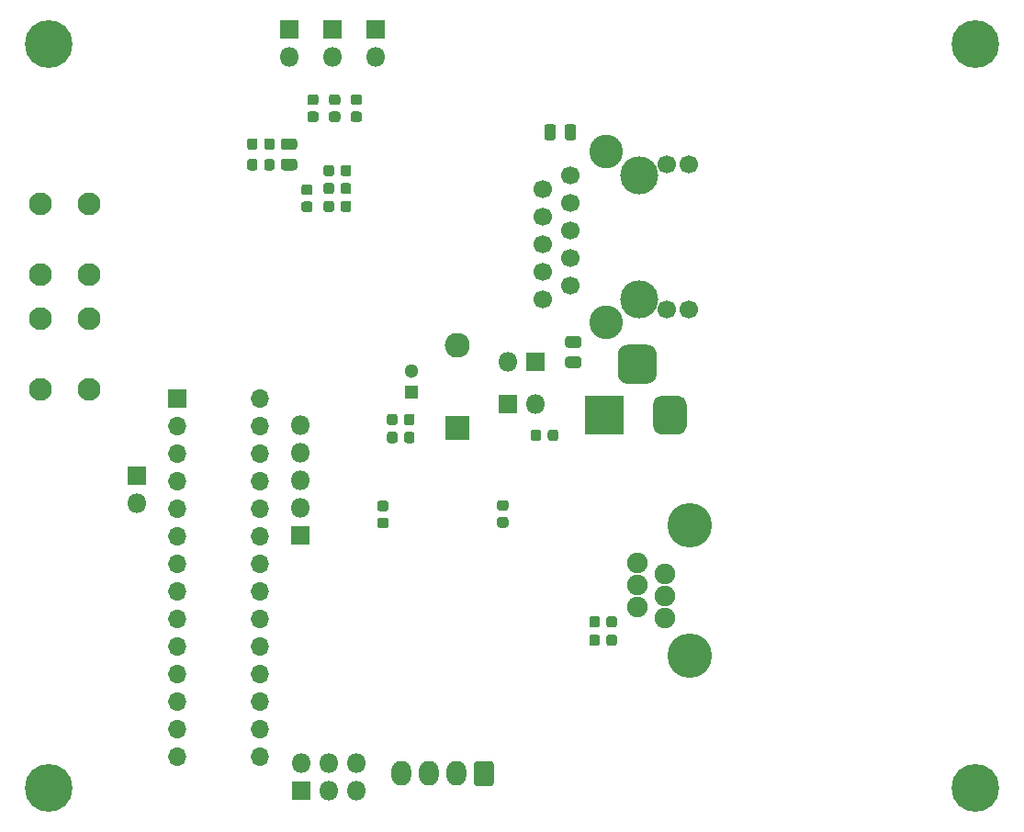
<source format=gbs>
G04 #@! TF.GenerationSoftware,KiCad,Pcbnew,(5.1.6)-1*
G04 #@! TF.CreationDate,2022-06-26T18:03:46+10:00*
G04 #@! TF.ProjectId,controller,636f6e74-726f-46c6-9c65-722e6b696361,rev?*
G04 #@! TF.SameCoordinates,Original*
G04 #@! TF.FileFunction,Soldermask,Bot*
G04 #@! TF.FilePolarity,Negative*
%FSLAX46Y46*%
G04 Gerber Fmt 4.6, Leading zero omitted, Abs format (unit mm)*
G04 Created by KiCad (PCBNEW (5.1.6)-1) date 2022-06-26 18:03:46*
%MOMM*%
%LPD*%
G01*
G04 APERTURE LIST*
%ADD10R,3.600000X3.600000*%
%ADD11C,3.500000*%
%ADD12C,3.100000*%
%ADD13C,1.700000*%
%ADD14O,1.700000X1.700000*%
%ADD15R,1.700000X1.700000*%
%ADD16C,2.100000*%
%ADD17R,1.800000X1.800000*%
%ADD18O,1.800000X1.800000*%
%ADD19C,1.900000*%
%ADD20C,4.100000*%
%ADD21O,1.840000X2.290000*%
%ADD22O,2.300000X2.300000*%
%ADD23R,2.300000X2.300000*%
%ADD24C,1.300000*%
%ADD25R,1.300000X1.300000*%
%ADD26C,4.400000*%
G04 APERTURE END LIST*
G36*
G01*
X156100000Y-78600000D02*
X156100000Y-80400000D01*
G75*
G02*
X155200000Y-81300000I-900000J0D01*
G01*
X153400000Y-81300000D01*
G75*
G02*
X152500000Y-80400000I0J900000D01*
G01*
X152500000Y-78600000D01*
G75*
G02*
X153400000Y-77700000I900000J0D01*
G01*
X155200000Y-77700000D01*
G75*
G02*
X156100000Y-78600000I0J-900000D01*
G01*
G37*
G36*
G01*
X158850000Y-83175000D02*
X158850000Y-85225000D01*
G75*
G02*
X158075000Y-86000000I-775000J0D01*
G01*
X156525000Y-86000000D01*
G75*
G02*
X155750000Y-85225000I0J775000D01*
G01*
X155750000Y-83175000D01*
G75*
G02*
X156525000Y-82400000I775000J0D01*
G01*
X158075000Y-82400000D01*
G75*
G02*
X158850000Y-83175000I0J-775000D01*
G01*
G37*
D10*
X151300000Y-84200000D03*
D11*
X154500000Y-62050000D03*
X154500000Y-73480000D03*
D12*
X151450000Y-59890000D03*
X151450000Y-75640000D03*
D13*
X159070000Y-61040000D03*
X159070000Y-74490000D03*
X157040000Y-74490000D03*
X157040000Y-61040000D03*
X145610000Y-63320000D03*
X145610000Y-65860000D03*
X145610000Y-68400000D03*
X145610000Y-70940000D03*
X145610000Y-73480000D03*
X148150000Y-64590000D03*
X148150000Y-62050000D03*
X148150000Y-72210000D03*
X148150000Y-69670000D03*
X148150000Y-67130000D03*
G36*
G01*
X126950000Y-61931250D02*
X126950000Y-61368750D01*
G75*
G02*
X127193750Y-61125000I243750J0D01*
G01*
X127681250Y-61125000D01*
G75*
G02*
X127925000Y-61368750I0J-243750D01*
G01*
X127925000Y-61931250D01*
G75*
G02*
X127681250Y-62175000I-243750J0D01*
G01*
X127193750Y-62175000D01*
G75*
G02*
X126950000Y-61931250I0J243750D01*
G01*
G37*
G36*
G01*
X125375000Y-61931250D02*
X125375000Y-61368750D01*
G75*
G02*
X125618750Y-61125000I243750J0D01*
G01*
X126106250Y-61125000D01*
G75*
G02*
X126350000Y-61368750I0J-243750D01*
G01*
X126350000Y-61931250D01*
G75*
G02*
X126106250Y-62175000I-243750J0D01*
G01*
X125618750Y-62175000D01*
G75*
G02*
X125375000Y-61931250I0J243750D01*
G01*
G37*
D14*
X119520000Y-82650000D03*
X111900000Y-115670000D03*
X119520000Y-85190000D03*
X111900000Y-113130000D03*
X119520000Y-87730000D03*
X111900000Y-110590000D03*
X119520000Y-90270000D03*
X111900000Y-108050000D03*
X119520000Y-92810000D03*
X111900000Y-105510000D03*
X119520000Y-95350000D03*
X111900000Y-102970000D03*
X119520000Y-97890000D03*
X111900000Y-100430000D03*
X119520000Y-100430000D03*
X111900000Y-97890000D03*
X119520000Y-102970000D03*
X111900000Y-95350000D03*
X119520000Y-105510000D03*
X111900000Y-92810000D03*
X119520000Y-108050000D03*
X111900000Y-90270000D03*
X119520000Y-110590000D03*
X111900000Y-87730000D03*
X119520000Y-113130000D03*
X111900000Y-85190000D03*
X119520000Y-115670000D03*
D15*
X111900000Y-82650000D03*
D16*
X103800000Y-81800000D03*
X99300000Y-81800000D03*
X103800000Y-75300000D03*
X99300000Y-75300000D03*
X103800000Y-71250000D03*
X99300000Y-71250000D03*
X103800000Y-64750000D03*
X99300000Y-64750000D03*
D17*
X144900000Y-79300000D03*
D18*
X142360000Y-79300000D03*
D17*
X142400000Y-83150000D03*
D18*
X144940000Y-83150000D03*
X126200000Y-51190000D03*
D17*
X126200000Y-48650000D03*
D18*
X122250000Y-51190000D03*
D17*
X122250000Y-48650000D03*
D18*
X130150000Y-51190000D03*
D17*
X130150000Y-48650000D03*
D19*
X154310000Y-97800000D03*
X156850000Y-98820000D03*
X154310000Y-99840000D03*
X156850000Y-100860000D03*
X156850000Y-102900000D03*
X154310000Y-101880000D03*
D20*
X159150000Y-94350000D03*
X159150000Y-106350000D03*
D18*
X123200000Y-85120000D03*
X123200000Y-87660000D03*
X123200000Y-90200000D03*
X123200000Y-92740000D03*
D17*
X123200000Y-95280000D03*
D21*
X132530000Y-117250000D03*
X135070000Y-117250000D03*
X137610000Y-117250000D03*
G36*
G01*
X141070000Y-116369367D02*
X141070000Y-118130633D01*
G75*
G02*
X140805633Y-118395000I-264367J0D01*
G01*
X139494367Y-118395000D01*
G75*
G02*
X139230000Y-118130633I0J264367D01*
G01*
X139230000Y-116369367D01*
G75*
G02*
X139494367Y-116105000I264367J0D01*
G01*
X140805633Y-116105000D01*
G75*
G02*
X141070000Y-116369367I0J-264367D01*
G01*
G37*
D17*
X108150000Y-89800000D03*
D18*
X108150000Y-92340000D03*
X128430000Y-116310000D03*
X128430000Y-118850000D03*
X125890000Y-116310000D03*
X125890000Y-118850000D03*
X123350000Y-116310000D03*
D17*
X123350000Y-118850000D03*
G36*
G01*
X147600000Y-58581250D02*
X147600000Y-57618750D01*
G75*
G02*
X147868750Y-57350000I268750J0D01*
G01*
X148406250Y-57350000D01*
G75*
G02*
X148675000Y-57618750I0J-268750D01*
G01*
X148675000Y-58581250D01*
G75*
G02*
X148406250Y-58850000I-268750J0D01*
G01*
X147868750Y-58850000D01*
G75*
G02*
X147600000Y-58581250I0J268750D01*
G01*
G37*
G36*
G01*
X145725000Y-58581250D02*
X145725000Y-57618750D01*
G75*
G02*
X145993750Y-57350000I268750J0D01*
G01*
X146531250Y-57350000D01*
G75*
G02*
X146800000Y-57618750I0J-268750D01*
G01*
X146800000Y-58581250D01*
G75*
G02*
X146531250Y-58850000I-268750J0D01*
G01*
X145993750Y-58850000D01*
G75*
G02*
X145725000Y-58581250I0J268750D01*
G01*
G37*
G36*
G01*
X148881250Y-79862500D02*
X147918750Y-79862500D01*
G75*
G02*
X147650000Y-79593750I0J268750D01*
G01*
X147650000Y-79056250D01*
G75*
G02*
X147918750Y-78787500I268750J0D01*
G01*
X148881250Y-78787500D01*
G75*
G02*
X149150000Y-79056250I0J-268750D01*
G01*
X149150000Y-79593750D01*
G75*
G02*
X148881250Y-79862500I-268750J0D01*
G01*
G37*
G36*
G01*
X148881250Y-77987500D02*
X147918750Y-77987500D01*
G75*
G02*
X147650000Y-77718750I0J268750D01*
G01*
X147650000Y-77181250D01*
G75*
G02*
X147918750Y-76912500I268750J0D01*
G01*
X148881250Y-76912500D01*
G75*
G02*
X149150000Y-77181250I0J-268750D01*
G01*
X149150000Y-77718750D01*
G75*
G02*
X148881250Y-77987500I-268750J0D01*
G01*
G37*
G36*
G01*
X122681250Y-59750000D02*
X121718750Y-59750000D01*
G75*
G02*
X121450000Y-59481250I0J268750D01*
G01*
X121450000Y-58943750D01*
G75*
G02*
X121718750Y-58675000I268750J0D01*
G01*
X122681250Y-58675000D01*
G75*
G02*
X122950000Y-58943750I0J-268750D01*
G01*
X122950000Y-59481250D01*
G75*
G02*
X122681250Y-59750000I-268750J0D01*
G01*
G37*
G36*
G01*
X122681250Y-61625000D02*
X121718750Y-61625000D01*
G75*
G02*
X121450000Y-61356250I0J268750D01*
G01*
X121450000Y-60818750D01*
G75*
G02*
X121718750Y-60550000I268750J0D01*
G01*
X122681250Y-60550000D01*
G75*
G02*
X122950000Y-60818750I0J-268750D01*
G01*
X122950000Y-61356250D01*
G75*
G02*
X122681250Y-61625000I-268750J0D01*
G01*
G37*
D22*
X137750000Y-77780000D03*
D23*
X137750000Y-85400000D03*
G36*
G01*
X150850000Y-104668750D02*
X150850000Y-105231250D01*
G75*
G02*
X150606250Y-105475000I-243750J0D01*
G01*
X150118750Y-105475000D01*
G75*
G02*
X149875000Y-105231250I0J243750D01*
G01*
X149875000Y-104668750D01*
G75*
G02*
X150118750Y-104425000I243750J0D01*
G01*
X150606250Y-104425000D01*
G75*
G02*
X150850000Y-104668750I0J-243750D01*
G01*
G37*
G36*
G01*
X152425000Y-104668750D02*
X152425000Y-105231250D01*
G75*
G02*
X152181250Y-105475000I-243750J0D01*
G01*
X151693750Y-105475000D01*
G75*
G02*
X151450000Y-105231250I0J243750D01*
G01*
X151450000Y-104668750D01*
G75*
G02*
X151693750Y-104425000I243750J0D01*
G01*
X152181250Y-104425000D01*
G75*
G02*
X152425000Y-104668750I0J-243750D01*
G01*
G37*
G36*
G01*
X150850000Y-102968750D02*
X150850000Y-103531250D01*
G75*
G02*
X150606250Y-103775000I-243750J0D01*
G01*
X150118750Y-103775000D01*
G75*
G02*
X149875000Y-103531250I0J243750D01*
G01*
X149875000Y-102968750D01*
G75*
G02*
X150118750Y-102725000I243750J0D01*
G01*
X150606250Y-102725000D01*
G75*
G02*
X150850000Y-102968750I0J-243750D01*
G01*
G37*
G36*
G01*
X152425000Y-102968750D02*
X152425000Y-103531250D01*
G75*
G02*
X152181250Y-103775000I-243750J0D01*
G01*
X151693750Y-103775000D01*
G75*
G02*
X151450000Y-103531250I0J243750D01*
G01*
X151450000Y-102968750D01*
G75*
G02*
X151693750Y-102725000I243750J0D01*
G01*
X152181250Y-102725000D01*
G75*
G02*
X152425000Y-102968750I0J-243750D01*
G01*
G37*
D24*
X133500000Y-80100000D03*
D25*
X133500000Y-82100000D03*
G36*
G01*
X132200000Y-84318750D02*
X132200000Y-84881250D01*
G75*
G02*
X131956250Y-85125000I-243750J0D01*
G01*
X131468750Y-85125000D01*
G75*
G02*
X131225000Y-84881250I0J243750D01*
G01*
X131225000Y-84318750D01*
G75*
G02*
X131468750Y-84075000I243750J0D01*
G01*
X131956250Y-84075000D01*
G75*
G02*
X132200000Y-84318750I0J-243750D01*
G01*
G37*
G36*
G01*
X133775000Y-84318750D02*
X133775000Y-84881250D01*
G75*
G02*
X133531250Y-85125000I-243750J0D01*
G01*
X133043750Y-85125000D01*
G75*
G02*
X132800000Y-84881250I0J243750D01*
G01*
X132800000Y-84318750D01*
G75*
G02*
X133043750Y-84075000I243750J0D01*
G01*
X133531250Y-84075000D01*
G75*
G02*
X133775000Y-84318750I0J-243750D01*
G01*
G37*
G36*
G01*
X118325000Y-59481250D02*
X118325000Y-58918750D01*
G75*
G02*
X118568750Y-58675000I243750J0D01*
G01*
X119056250Y-58675000D01*
G75*
G02*
X119300000Y-58918750I0J-243750D01*
G01*
X119300000Y-59481250D01*
G75*
G02*
X119056250Y-59725000I-243750J0D01*
G01*
X118568750Y-59725000D01*
G75*
G02*
X118325000Y-59481250I0J243750D01*
G01*
G37*
G36*
G01*
X119900000Y-59481250D02*
X119900000Y-58918750D01*
G75*
G02*
X120143750Y-58675000I243750J0D01*
G01*
X120631250Y-58675000D01*
G75*
G02*
X120875000Y-58918750I0J-243750D01*
G01*
X120875000Y-59481250D01*
G75*
G02*
X120631250Y-59725000I-243750J0D01*
G01*
X120143750Y-59725000D01*
G75*
G02*
X119900000Y-59481250I0J243750D01*
G01*
G37*
G36*
G01*
X126950000Y-65231250D02*
X126950000Y-64668750D01*
G75*
G02*
X127193750Y-64425000I243750J0D01*
G01*
X127681250Y-64425000D01*
G75*
G02*
X127925000Y-64668750I0J-243750D01*
G01*
X127925000Y-65231250D01*
G75*
G02*
X127681250Y-65475000I-243750J0D01*
G01*
X127193750Y-65475000D01*
G75*
G02*
X126950000Y-65231250I0J243750D01*
G01*
G37*
G36*
G01*
X125375000Y-65231250D02*
X125375000Y-64668750D01*
G75*
G02*
X125618750Y-64425000I243750J0D01*
G01*
X126106250Y-64425000D01*
G75*
G02*
X126350000Y-64668750I0J-243750D01*
G01*
X126350000Y-65231250D01*
G75*
G02*
X126106250Y-65475000I-243750J0D01*
G01*
X125618750Y-65475000D01*
G75*
G02*
X125375000Y-65231250I0J243750D01*
G01*
G37*
G36*
G01*
X126950000Y-63581250D02*
X126950000Y-63018750D01*
G75*
G02*
X127193750Y-62775000I243750J0D01*
G01*
X127681250Y-62775000D01*
G75*
G02*
X127925000Y-63018750I0J-243750D01*
G01*
X127925000Y-63581250D01*
G75*
G02*
X127681250Y-63825000I-243750J0D01*
G01*
X127193750Y-63825000D01*
G75*
G02*
X126950000Y-63581250I0J243750D01*
G01*
G37*
G36*
G01*
X125375000Y-63581250D02*
X125375000Y-63018750D01*
G75*
G02*
X125618750Y-62775000I243750J0D01*
G01*
X126106250Y-62775000D01*
G75*
G02*
X126350000Y-63018750I0J-243750D01*
G01*
X126350000Y-63581250D01*
G75*
G02*
X126106250Y-63825000I-243750J0D01*
G01*
X125618750Y-63825000D01*
G75*
G02*
X125375000Y-63581250I0J243750D01*
G01*
G37*
G36*
G01*
X128118750Y-56200000D02*
X128681250Y-56200000D01*
G75*
G02*
X128925000Y-56443750I0J-243750D01*
G01*
X128925000Y-56931250D01*
G75*
G02*
X128681250Y-57175000I-243750J0D01*
G01*
X128118750Y-57175000D01*
G75*
G02*
X127875000Y-56931250I0J243750D01*
G01*
X127875000Y-56443750D01*
G75*
G02*
X128118750Y-56200000I243750J0D01*
G01*
G37*
G36*
G01*
X128118750Y-54625000D02*
X128681250Y-54625000D01*
G75*
G02*
X128925000Y-54868750I0J-243750D01*
G01*
X128925000Y-55356250D01*
G75*
G02*
X128681250Y-55600000I-243750J0D01*
G01*
X128118750Y-55600000D01*
G75*
G02*
X127875000Y-55356250I0J243750D01*
G01*
X127875000Y-54868750D01*
G75*
G02*
X128118750Y-54625000I243750J0D01*
G01*
G37*
G36*
G01*
X126118750Y-56200000D02*
X126681250Y-56200000D01*
G75*
G02*
X126925000Y-56443750I0J-243750D01*
G01*
X126925000Y-56931250D01*
G75*
G02*
X126681250Y-57175000I-243750J0D01*
G01*
X126118750Y-57175000D01*
G75*
G02*
X125875000Y-56931250I0J243750D01*
G01*
X125875000Y-56443750D01*
G75*
G02*
X126118750Y-56200000I243750J0D01*
G01*
G37*
G36*
G01*
X126118750Y-54625000D02*
X126681250Y-54625000D01*
G75*
G02*
X126925000Y-54868750I0J-243750D01*
G01*
X126925000Y-55356250D01*
G75*
G02*
X126681250Y-55600000I-243750J0D01*
G01*
X126118750Y-55600000D01*
G75*
G02*
X125875000Y-55356250I0J243750D01*
G01*
X125875000Y-54868750D01*
G75*
G02*
X126118750Y-54625000I243750J0D01*
G01*
G37*
G36*
G01*
X124118750Y-56200000D02*
X124681250Y-56200000D01*
G75*
G02*
X124925000Y-56443750I0J-243750D01*
G01*
X124925000Y-56931250D01*
G75*
G02*
X124681250Y-57175000I-243750J0D01*
G01*
X124118750Y-57175000D01*
G75*
G02*
X123875000Y-56931250I0J243750D01*
G01*
X123875000Y-56443750D01*
G75*
G02*
X124118750Y-56200000I243750J0D01*
G01*
G37*
G36*
G01*
X124118750Y-54625000D02*
X124681250Y-54625000D01*
G75*
G02*
X124925000Y-54868750I0J-243750D01*
G01*
X124925000Y-55356250D01*
G75*
G02*
X124681250Y-55600000I-243750J0D01*
G01*
X124118750Y-55600000D01*
G75*
G02*
X123875000Y-55356250I0J243750D01*
G01*
X123875000Y-54868750D01*
G75*
G02*
X124118750Y-54625000I243750J0D01*
G01*
G37*
G36*
G01*
X124131250Y-63900000D02*
X123568750Y-63900000D01*
G75*
G02*
X123325000Y-63656250I0J243750D01*
G01*
X123325000Y-63168750D01*
G75*
G02*
X123568750Y-62925000I243750J0D01*
G01*
X124131250Y-62925000D01*
G75*
G02*
X124375000Y-63168750I0J-243750D01*
G01*
X124375000Y-63656250D01*
G75*
G02*
X124131250Y-63900000I-243750J0D01*
G01*
G37*
G36*
G01*
X124131250Y-65475000D02*
X123568750Y-65475000D01*
G75*
G02*
X123325000Y-65231250I0J243750D01*
G01*
X123325000Y-64743750D01*
G75*
G02*
X123568750Y-64500000I243750J0D01*
G01*
X124131250Y-64500000D01*
G75*
G02*
X124375000Y-64743750I0J-243750D01*
G01*
X124375000Y-65231250D01*
G75*
G02*
X124131250Y-65475000I-243750J0D01*
G01*
G37*
G36*
G01*
X119900000Y-61381250D02*
X119900000Y-60818750D01*
G75*
G02*
X120143750Y-60575000I243750J0D01*
G01*
X120631250Y-60575000D01*
G75*
G02*
X120875000Y-60818750I0J-243750D01*
G01*
X120875000Y-61381250D01*
G75*
G02*
X120631250Y-61625000I-243750J0D01*
G01*
X120143750Y-61625000D01*
G75*
G02*
X119900000Y-61381250I0J243750D01*
G01*
G37*
G36*
G01*
X118325000Y-61381250D02*
X118325000Y-60818750D01*
G75*
G02*
X118568750Y-60575000I243750J0D01*
G01*
X119056250Y-60575000D01*
G75*
G02*
X119300000Y-60818750I0J-243750D01*
G01*
X119300000Y-61381250D01*
G75*
G02*
X119056250Y-61625000I-243750J0D01*
G01*
X118568750Y-61625000D01*
G75*
G02*
X118325000Y-61381250I0J243750D01*
G01*
G37*
G36*
G01*
X142181250Y-93000000D02*
X141618750Y-93000000D01*
G75*
G02*
X141375000Y-92756250I0J243750D01*
G01*
X141375000Y-92268750D01*
G75*
G02*
X141618750Y-92025000I243750J0D01*
G01*
X142181250Y-92025000D01*
G75*
G02*
X142425000Y-92268750I0J-243750D01*
G01*
X142425000Y-92756250D01*
G75*
G02*
X142181250Y-93000000I-243750J0D01*
G01*
G37*
G36*
G01*
X142181250Y-94575000D02*
X141618750Y-94575000D01*
G75*
G02*
X141375000Y-94331250I0J243750D01*
G01*
X141375000Y-93843750D01*
G75*
G02*
X141618750Y-93600000I243750J0D01*
G01*
X142181250Y-93600000D01*
G75*
G02*
X142425000Y-93843750I0J-243750D01*
G01*
X142425000Y-94331250D01*
G75*
G02*
X142181250Y-94575000I-243750J0D01*
G01*
G37*
G36*
G01*
X131131250Y-93050000D02*
X130568750Y-93050000D01*
G75*
G02*
X130325000Y-92806250I0J243750D01*
G01*
X130325000Y-92318750D01*
G75*
G02*
X130568750Y-92075000I243750J0D01*
G01*
X131131250Y-92075000D01*
G75*
G02*
X131375000Y-92318750I0J-243750D01*
G01*
X131375000Y-92806250D01*
G75*
G02*
X131131250Y-93050000I-243750J0D01*
G01*
G37*
G36*
G01*
X131131250Y-94625000D02*
X130568750Y-94625000D01*
G75*
G02*
X130325000Y-94381250I0J243750D01*
G01*
X130325000Y-93893750D01*
G75*
G02*
X130568750Y-93650000I243750J0D01*
G01*
X131131250Y-93650000D01*
G75*
G02*
X131375000Y-93893750I0J-243750D01*
G01*
X131375000Y-94381250D01*
G75*
G02*
X131131250Y-94625000I-243750J0D01*
G01*
G37*
G36*
G01*
X145450000Y-85768750D02*
X145450000Y-86331250D01*
G75*
G02*
X145206250Y-86575000I-243750J0D01*
G01*
X144718750Y-86575000D01*
G75*
G02*
X144475000Y-86331250I0J243750D01*
G01*
X144475000Y-85768750D01*
G75*
G02*
X144718750Y-85525000I243750J0D01*
G01*
X145206250Y-85525000D01*
G75*
G02*
X145450000Y-85768750I0J-243750D01*
G01*
G37*
G36*
G01*
X147025000Y-85768750D02*
X147025000Y-86331250D01*
G75*
G02*
X146781250Y-86575000I-243750J0D01*
G01*
X146293750Y-86575000D01*
G75*
G02*
X146050000Y-86331250I0J243750D01*
G01*
X146050000Y-85768750D01*
G75*
G02*
X146293750Y-85525000I243750J0D01*
G01*
X146781250Y-85525000D01*
G75*
G02*
X147025000Y-85768750I0J-243750D01*
G01*
G37*
G36*
G01*
X132800000Y-86531250D02*
X132800000Y-85968750D01*
G75*
G02*
X133043750Y-85725000I243750J0D01*
G01*
X133531250Y-85725000D01*
G75*
G02*
X133775000Y-85968750I0J-243750D01*
G01*
X133775000Y-86531250D01*
G75*
G02*
X133531250Y-86775000I-243750J0D01*
G01*
X133043750Y-86775000D01*
G75*
G02*
X132800000Y-86531250I0J243750D01*
G01*
G37*
G36*
G01*
X131225000Y-86531250D02*
X131225000Y-85968750D01*
G75*
G02*
X131468750Y-85725000I243750J0D01*
G01*
X131956250Y-85725000D01*
G75*
G02*
X132200000Y-85968750I0J-243750D01*
G01*
X132200000Y-86531250D01*
G75*
G02*
X131956250Y-86775000I-243750J0D01*
G01*
X131468750Y-86775000D01*
G75*
G02*
X131225000Y-86531250I0J243750D01*
G01*
G37*
D26*
X100000000Y-118600000D03*
X185500000Y-118600000D03*
X185500000Y-50000000D03*
X100000000Y-50000000D03*
M02*

</source>
